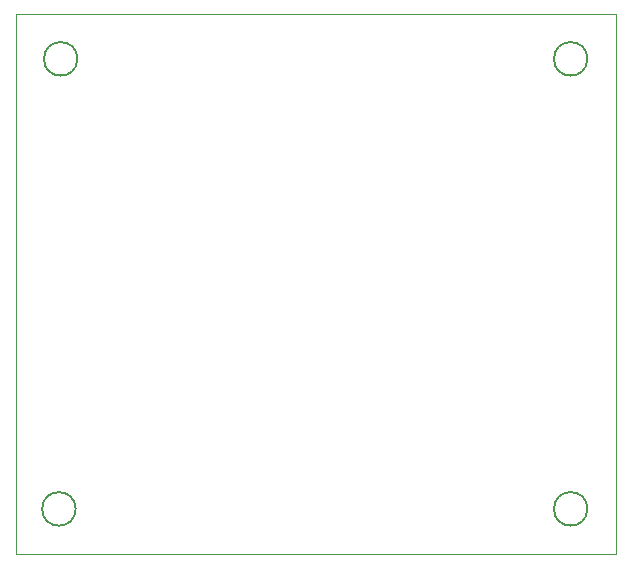
<source format=gbr>
%TF.GenerationSoftware,KiCad,Pcbnew,7.0.10-7.0.10~ubuntu22.04.1*%
%TF.CreationDate,2024-01-08T16:33:41+00:00*%
%TF.ProjectId,wifi_temp_sensor,77696669-5f74-4656-9d70-5f73656e736f,rev?*%
%TF.SameCoordinates,Original*%
%TF.FileFunction,Profile,NP*%
%FSLAX46Y46*%
G04 Gerber Fmt 4.6, Leading zero omitted, Abs format (unit mm)*
G04 Created by KiCad (PCBNEW 7.0.10-7.0.10~ubuntu22.04.1) date 2024-01-08 16:33:41*
%MOMM*%
%LPD*%
G01*
G04 APERTURE LIST*
%TA.AperFunction,Profile*%
%ADD10C,0.100000*%
%TD*%
%TA.AperFunction,Profile*%
%ADD11C,0.200000*%
%TD*%
G04 APERTURE END LIST*
D10*
X234315000Y-47942500D02*
X234315000Y-24765000D01*
D11*
X231924903Y-66675000D02*
G75*
G03*
X229085097Y-66675000I-1419903J0D01*
G01*
X229085097Y-66675000D02*
G75*
G03*
X231924903Y-66675000I1419903J0D01*
G01*
D10*
X183515000Y-70485000D02*
X234315000Y-70485000D01*
D11*
X231924903Y-28575000D02*
G75*
G03*
X229085097Y-28575000I-1419903J0D01*
G01*
X229085097Y-28575000D02*
G75*
G03*
X231924903Y-28575000I1419903J0D01*
G01*
X188744903Y-28575000D02*
G75*
G03*
X185905097Y-28575000I-1419903J0D01*
G01*
X185905097Y-28575000D02*
G75*
G03*
X188744903Y-28575000I1419903J0D01*
G01*
D10*
X234315000Y-70485000D02*
X234315000Y-47942500D01*
X234315000Y-24765000D02*
X183515000Y-24765000D01*
D11*
X188595000Y-66675000D02*
G75*
G03*
X185755194Y-66675000I-1419903J0D01*
G01*
X185755194Y-66675000D02*
G75*
G03*
X188595000Y-66675000I1419903J0D01*
G01*
D10*
X183515000Y-24765000D02*
X183515000Y-70485000D01*
M02*

</source>
